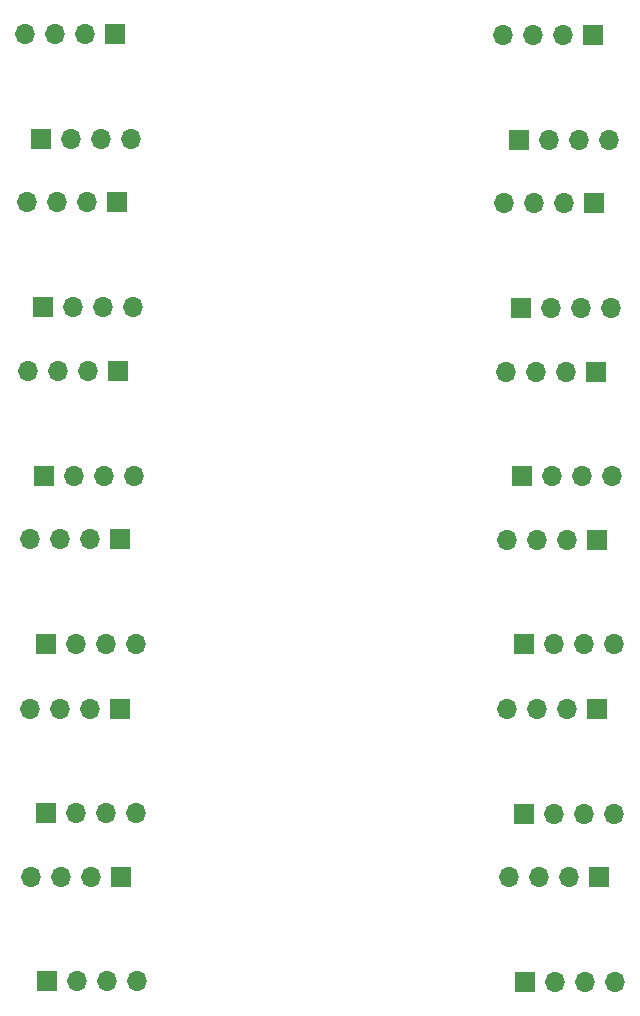
<source format=gbr>
%TF.GenerationSoftware,KiCad,Pcbnew,7.0.1*%
%TF.CreationDate,2023-04-10T19:00:45+03:00*%
%TF.ProjectId,Attiny_USB_panel,41747469-6e79-45f5-9553-425f70616e65,rev?*%
%TF.SameCoordinates,Original*%
%TF.FileFunction,Soldermask,Bot*%
%TF.FilePolarity,Negative*%
%FSLAX46Y46*%
G04 Gerber Fmt 4.6, Leading zero omitted, Abs format (unit mm)*
G04 Created by KiCad (PCBNEW 7.0.1) date 2023-04-10 19:00:45*
%MOMM*%
%LPD*%
G01*
G04 APERTURE LIST*
%ADD10R,1.700000X1.700000*%
%ADD11O,1.700000X1.700000*%
G04 APERTURE END LIST*
D10*
%TO.C,J1*%
X147510000Y-44640000D03*
D11*
X144970000Y-44640000D03*
X142430000Y-44640000D03*
X139890000Y-44640000D03*
%TD*%
D10*
%TO.C,J2*%
X141260000Y-53490000D03*
D11*
X143800000Y-53490000D03*
X146340000Y-53490000D03*
X148880000Y-53490000D03*
%TD*%
D10*
%TO.C,J2*%
X141380000Y-67720000D03*
D11*
X143920000Y-67720000D03*
X146460000Y-67720000D03*
X149000000Y-67720000D03*
%TD*%
D10*
%TO.C,J1*%
X147630000Y-58870000D03*
D11*
X145090000Y-58870000D03*
X142550000Y-58870000D03*
X140010000Y-58870000D03*
%TD*%
D10*
%TO.C,J1*%
X188080000Y-58920000D03*
D11*
X185540000Y-58920000D03*
X183000000Y-58920000D03*
X180460000Y-58920000D03*
%TD*%
D10*
%TO.C,J2*%
X181710000Y-53540000D03*
D11*
X184250000Y-53540000D03*
X186790000Y-53540000D03*
X189330000Y-53540000D03*
%TD*%
D10*
%TO.C,J1*%
X187960000Y-44690000D03*
D11*
X185420000Y-44690000D03*
X182880000Y-44690000D03*
X180340000Y-44690000D03*
%TD*%
D10*
%TO.C,J2*%
X181830000Y-67770000D03*
D11*
X184370000Y-67770000D03*
X186910000Y-67770000D03*
X189450000Y-67770000D03*
%TD*%
D10*
%TO.C,J1*%
X147760000Y-73140000D03*
D11*
X145220000Y-73140000D03*
X142680000Y-73140000D03*
X140140000Y-73140000D03*
%TD*%
D10*
%TO.C,J2*%
X141510000Y-81990000D03*
D11*
X144050000Y-81990000D03*
X146590000Y-81990000D03*
X149130000Y-81990000D03*
%TD*%
D10*
%TO.C,J2*%
X141630000Y-96220000D03*
D11*
X144170000Y-96220000D03*
X146710000Y-96220000D03*
X149250000Y-96220000D03*
%TD*%
D10*
%TO.C,J1*%
X147880000Y-87370000D03*
D11*
X145340000Y-87370000D03*
X142800000Y-87370000D03*
X140260000Y-87370000D03*
%TD*%
D10*
%TO.C,J1*%
X188330000Y-87420000D03*
D11*
X185790000Y-87420000D03*
X183250000Y-87420000D03*
X180710000Y-87420000D03*
%TD*%
D10*
%TO.C,J2*%
X181960000Y-82040000D03*
D11*
X184500000Y-82040000D03*
X187040000Y-82040000D03*
X189580000Y-82040000D03*
%TD*%
D10*
%TO.C,J1*%
X188210000Y-73190000D03*
D11*
X185670000Y-73190000D03*
X183130000Y-73190000D03*
X180590000Y-73190000D03*
%TD*%
D10*
%TO.C,J2*%
X182080000Y-96270000D03*
D11*
X184620000Y-96270000D03*
X187160000Y-96270000D03*
X189700000Y-96270000D03*
%TD*%
D10*
%TO.C,J2*%
X141630000Y-110570000D03*
D11*
X144170000Y-110570000D03*
X146710000Y-110570000D03*
X149250000Y-110570000D03*
%TD*%
D10*
%TO.C,J1*%
X147880000Y-101720000D03*
D11*
X145340000Y-101720000D03*
X142800000Y-101720000D03*
X140260000Y-101720000D03*
%TD*%
D10*
%TO.C,J1*%
X188330000Y-101770000D03*
D11*
X185790000Y-101770000D03*
X183250000Y-101770000D03*
X180710000Y-101770000D03*
%TD*%
D10*
%TO.C,J2*%
X182080000Y-110620000D03*
D11*
X184620000Y-110620000D03*
X187160000Y-110620000D03*
X189700000Y-110620000D03*
%TD*%
D10*
%TO.C,J2*%
X182200000Y-124850000D03*
D11*
X184740000Y-124850000D03*
X187280000Y-124850000D03*
X189820000Y-124850000D03*
%TD*%
D10*
%TO.C,J1*%
X188450000Y-116000000D03*
D11*
X185910000Y-116000000D03*
X183370000Y-116000000D03*
X180830000Y-116000000D03*
%TD*%
D10*
%TO.C,J1*%
X148000000Y-115950000D03*
D11*
X145460000Y-115950000D03*
X142920000Y-115950000D03*
X140380000Y-115950000D03*
%TD*%
D10*
%TO.C,J2*%
X141750000Y-124800000D03*
D11*
X144290000Y-124800000D03*
X146830000Y-124800000D03*
X149370000Y-124800000D03*
%TD*%
M02*

</source>
